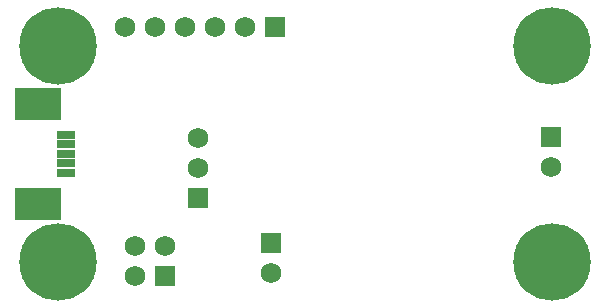
<source format=gbs>
G04 (created by PCBNEW (2013-05-31 BZR 4019)-stable) date 9/7/2014 5:27:28 PM*
%MOIN*%
G04 Gerber Fmt 3.4, Leading zero omitted, Abs format*
%FSLAX34Y34*%
G01*
G70*
G90*
G04 APERTURE LIST*
%ADD10C,0.00590551*%
%ADD11R,0.1576X0.1064*%
%ADD12R,0.0631X0.0277*%
%ADD13R,0.068X0.068*%
%ADD14C,0.068*%
%ADD15C,0.258*%
G04 APERTURE END LIST*
G54D10*
G54D11*
X44055Y-28956D03*
X44055Y-32264D03*
G54D12*
X45000Y-29980D03*
X45000Y-30295D03*
X45000Y-31240D03*
X45000Y-30925D03*
X45000Y-30610D03*
G54D13*
X49370Y-32082D03*
G54D14*
X49370Y-31082D03*
X49370Y-30082D03*
G54D13*
X48295Y-34673D03*
G54D14*
X47295Y-34673D03*
X48295Y-33673D03*
X47295Y-33673D03*
G54D13*
X51948Y-26377D03*
G54D14*
X50948Y-26377D03*
X49948Y-26377D03*
X48948Y-26377D03*
X47948Y-26377D03*
X46948Y-26377D03*
G54D13*
X61141Y-30031D03*
G54D14*
X61141Y-31031D03*
G54D15*
X44724Y-27007D03*
X44724Y-34212D03*
X61181Y-34212D03*
X61181Y-27007D03*
G54D13*
X51811Y-33594D03*
G54D14*
X51811Y-34594D03*
M02*

</source>
